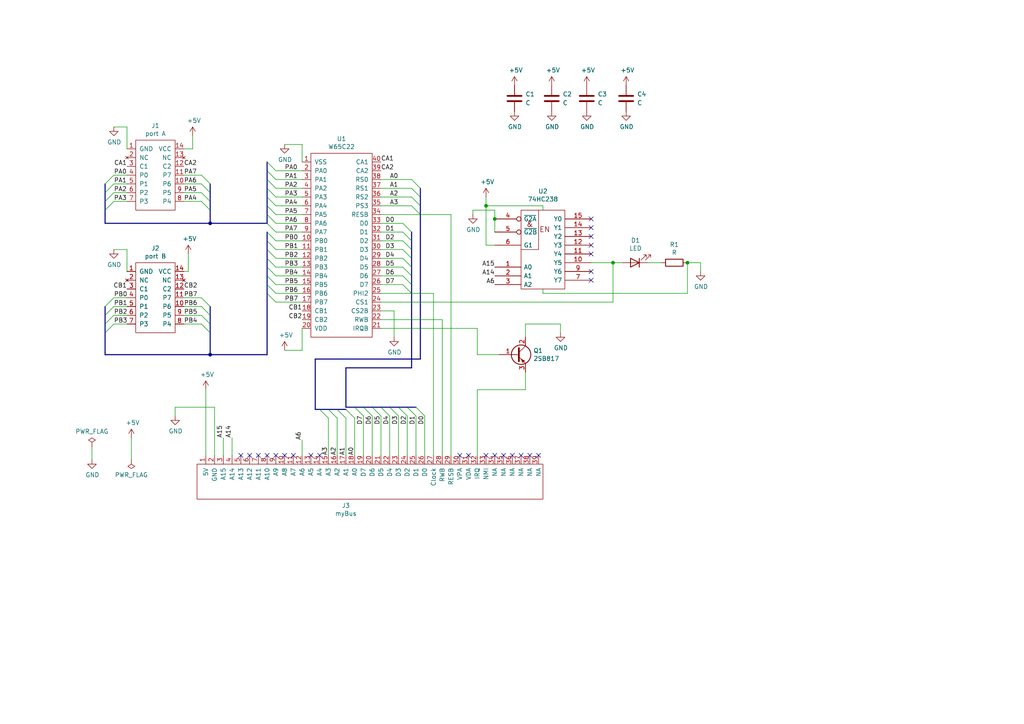
<source format=kicad_sch>
(kicad_sch (version 20230121) (generator eeschema)
  (paper "A4")
  (lib_symbols
    (symbol "74xx_IEEE:74HC238" (pin_names (offset 0.762))
      (property "Reference" "U" (at 3.81 8.89 0))
      (property "Value" "74HC238" (at 8.89 -16.51 0))
      (symbol "74HC238_0_0"
        (text "&" (at -3.81 3.556 0) (effects (font (size 1.524 1.524))))
        (text "EN" (at 0.508 2.032 0) (effects (font (size 1.524 1.524))))
        (pin power_in line (at 0 7.62 270) (length 0) hide (name "VCC") (number "16"))
      )
      (symbol "74HC238_0_1"
        (rectangle (start -6.35 7.62) (end 6.35 -15.24))
        (polyline (pts (xy -1.27 7.62) (xy -1.27 -3.81) (xy -6.35 -3.81) (xy -6.35 -3.81)))
      )
      (symbol "74HC238_1_1"
        (pin input line (at -13.97 -8.89 0) (length 7.62) (name "A0") (number "1"))
        (pin output line (at 13.97 -7.62 180) (length 7.62) (name "Y5") (number "10"))
        (pin output line (at 13.97 -5.08 180) (length 7.62) (name "Y4") (number "11"))
        (pin output line (at 13.97 -2.54 180) (length 7.62) (name "Y3") (number "12"))
        (pin output line (at 13.97 0 180) (length 7.62) (name "Y2") (number "13"))
        (pin output line (at 13.97 2.54 180) (length 7.62) (name "Y1") (number "14"))
        (pin output line (at 13.97 5.08 180) (length 7.62) (name "Y0") (number "15"))
        (pin input line (at -13.97 -11.43 0) (length 7.62) (name "A1") (number "2"))
        (pin input line (at -13.97 -13.97 0) (length 7.62) (name "A2") (number "3"))
        (pin input inverted (at -13.97 5.08 0) (length 7.62) (name "~{G2A}") (number "4"))
        (pin input inverted (at -13.97 1.27 0) (length 7.62) (name "~{G2B}") (number "5"))
        (pin input line (at -13.97 -2.54 0) (length 7.62) (name "G1") (number "6"))
        (pin output line (at 13.97 -12.7 180) (length 7.62) (name "Y7") (number "7"))
        (pin power_in line (at 0 -15.24 90) (length 0) hide (name "GND") (number "8"))
        (pin output line (at 13.97 -10.16 180) (length 7.62) (name "Y6") (number "9"))
      )
    )
    (symbol "Device:C" (pin_numbers hide) (pin_names (offset 0.254))
      (property "Reference" "C" (at 0.635 2.54 0))
      (property "Value" "C" (at 0.635 -2.54 0))
      (symbol "C_0_1"
        (polyline (pts (xy -2.032 -0.762) (xy 2.032 -0.762)) (stroke (width 0.508)))
        (polyline (pts (xy -2.032 0.762) (xy 2.032 0.762)) (stroke (width 0.508)))
      )
      (symbol "C_1_1"
        (pin passive line (at 0 3.81 270) (length 2.794) (name "~") (number "1"))
        (pin passive line (at 0 -3.81 90) (length 2.794) (name "~") (number "2"))
      )
    )
    (symbol "Device:LED" (pin_numbers hide) (pin_names (offset 1.016) hide)
      (property "Reference" "D" (at 0 2.54 0))
      (property "Value" "LED" (at 0 -2.54 0))
      (symbol "LED_0_1"
        (polyline (pts (xy -1.27 -1.27) (xy -1.27 1.27)) (stroke (width 0.254)))
        (polyline (pts (xy -1.27 0) (xy 1.27 0)))
        (polyline (pts (xy 1.27 -1.27) (xy 1.27 1.27) (xy -1.27 0) (xy 1.27 -1.27)) (stroke (width 0.254)))
        (polyline (pts (xy -3.048 -0.762) (xy -4.572 -2.286) (xy -3.81 -2.286) (xy -4.572 -2.286) (xy -4.572 -1.524)))
        (polyline (pts (xy -1.778 -0.762) (xy -3.302 -2.286) (xy -2.54 -2.286) (xy -3.302 -2.286) (xy -3.302 -1.524)))
      )
      (symbol "LED_1_1"
        (pin passive line (at -3.81 0 0) (length 2.54) (name "K") (number "1"))
        (pin passive line (at 3.81 0 180) (length 2.54) (name "A") (number "2"))
      )
    )
    (symbol "Device:R" (pin_numbers hide) (pin_names (offset 0))
      (property "Reference" "R" (at 2.032 0 90))
      (property "Value" "R" (at 0 0 90))
      (symbol "R_0_1"
        (rectangle (start -1.016 -2.54) (end 1.016 2.54) (stroke (width 0.254)))
      )
      (symbol "R_1_1"
        (pin passive line (at 0 3.81 270) (length 1.27) (name "~") (number "1"))
        (pin passive line (at 0 -3.81 90) (length 1.27) (name "~") (number "2"))
      )
    )
    (symbol "Transistor_BJT:2SB817" (pin_names (offset 0) hide)
      (property "Reference" "Q" (at 5.08 1.905 0))
      (property "Value" "2SB817" (at 5.08 0 0))
      (symbol "2SB817_0_1"
        (polyline (pts (xy 0 0) (xy 0.635 0)))
        (polyline (pts (xy 2.54 2.54) (xy 0.635 0.635)))
        (polyline (pts (xy 0.635 -0.635) (xy 2.54 -2.54) (xy 2.54 -2.54)))
        (polyline (pts (xy 0.635 1.905) (xy 0.635 -1.905) (xy 0.635 -1.905)) (stroke (width 0.508)))
        (polyline (pts (xy 1.778 -2.286) (xy 2.286 -1.778) (xy 1.27 -1.27) (xy 1.778 -2.286) (xy 1.778 -2.286)) (fill (type outline)))
        (circle (center 1.27 0) (radius 2.8194) (stroke (width 0.254)))
      )
      (symbol "2SB817_1_1"
        (pin input line (at -5.08 0 0) (length 5.08) (name "B") (number "1"))
        (pin passive line (at 2.54 5.08 270) (length 2.54) (name "C") (number "2"))
        (pin passive line (at 2.54 -5.08 90) (length 2.54) (name "E") (number "3"))
      )
    )
    (symbol "myLib:W65C22" (pin_names (offset 1.016))
      (property "Reference" "U" (at -2.54 26.67 0))
      (property "Value" "W65C22" (at 0 -1.27 90))
      (symbol "W65C22_0_1"
        (rectangle (start -10.16 24.13) (end 7.62 -29.21))
      )
      (symbol "W65C22_1_1"
        (pin power_in line (at -12.7 21.59 0) (length 2.54) (name "VSS") (number "1"))
        (pin bidirectional line (at -12.7 -1.27 0) (length 2.54) (name "PB0") (number "10"))
        (pin bidirectional line (at -12.7 -3.81 0) (length 2.54) (name "PB1") (number "11"))
        (pin bidirectional line (at -12.7 -6.35 0) (length 2.54) (name "PB2") (number "12"))
        (pin bidirectional line (at -12.7 -8.89 0) (length 2.54) (name "PB3") (number "13"))
        (pin bidirectional line (at -12.7 -11.43 0) (length 2.54) (name "PB4") (number "14"))
        (pin bidirectional line (at -12.7 -13.97 0) (length 2.54) (name "PB5") (number "15"))
        (pin bidirectional line (at -12.7 -16.51 0) (length 2.54) (name "PB6") (number "16"))
        (pin bidirectional line (at -12.7 -19.05 0) (length 2.54) (name "PB7") (number "17"))
        (pin bidirectional line (at -12.7 -21.59 0) (length 2.54) (name "CB1") (number "18"))
        (pin bidirectional line (at -12.7 -24.13 0) (length 2.54) (name "CB2") (number "19"))
        (pin bidirectional line (at -12.7 19.05 0) (length 2.54) (name "PA0") (number "2"))
        (pin power_in line (at -12.7 -26.67 0) (length 2.54) (name "VDD") (number "20"))
        (pin output line (at 10.16 -26.67 180) (length 2.54) (name "IRQB") (number "21"))
        (pin input line (at 10.16 -24.13 180) (length 2.54) (name "RWB") (number "22"))
        (pin input line (at 10.16 -21.59 180) (length 2.54) (name "CS2B") (number "23"))
        (pin input line (at 10.16 -19.05 180) (length 2.54) (name "CS1") (number "24"))
        (pin bidirectional line (at 10.16 -16.51 180) (length 2.54) (name "PHI2") (number "25"))
        (pin bidirectional line (at 10.16 -13.97 180) (length 2.54) (name "D7") (number "26"))
        (pin bidirectional line (at 10.16 -11.43 180) (length 2.54) (name "D6") (number "27"))
        (pin bidirectional line (at 10.16 -8.89 180) (length 2.54) (name "D5") (number "28"))
        (pin bidirectional line (at 10.16 -6.35 180) (length 2.54) (name "D4") (number "29"))
        (pin bidirectional line (at -12.7 16.51 0) (length 2.54) (name "PA1") (number "3"))
        (pin bidirectional line (at 10.16 -3.81 180) (length 2.54) (name "D3") (number "30"))
        (pin bidirectional line (at 10.16 -1.27 180) (length 2.54) (name "D2") (number "31"))
        (pin bidirectional line (at 10.16 1.27 180) (length 2.54) (name "D1") (number "32"))
        (pin bidirectional line (at 10.16 3.81 180) (length 2.54) (name "D0") (number "33"))
        (pin input line (at 10.16 6.35 180) (length 2.54) (name "RESB") (number "34"))
        (pin input line (at 10.16 8.89 180) (length 2.54) (name "PS3") (number "35"))
        (pin input line (at 10.16 11.43 180) (length 2.54) (name "RS2") (number "36"))
        (pin input line (at 10.16 13.97 180) (length 2.54) (name "RS1") (number "37"))
        (pin input line (at 10.16 16.51 180) (length 2.54) (name "RS0") (number "38"))
        (pin bidirectional line (at 10.16 19.05 180) (length 2.54) (name "CA2") (number "39"))
        (pin bidirectional line (at -12.7 13.97 0) (length 2.54) (name "PA2") (number "4"))
        (pin bidirectional line (at 10.16 21.59 180) (length 2.54) (name "CA1") (number "40"))
        (pin bidirectional line (at -12.7 11.43 0) (length 2.54) (name "PA3") (number "5"))
        (pin bidirectional line (at -12.7 8.89 0) (length 2.54) (name "PA4") (number "6"))
        (pin bidirectional line (at -12.7 6.35 0) (length 2.54) (name "PA5") (number "7"))
        (pin bidirectional line (at -12.7 3.81 0) (length 2.54) (name "PA6") (number "8"))
        (pin bidirectional line (at -12.7 1.27 0) (length 2.54) (name "PA7") (number "9"))
      )
    )
    (symbol "myLib:myBus" (pin_names (offset 1.016))
      (property "Reference" "J" (at 57.15 1.27 0))
      (property "Value" "myBus" (at 0 -1.27 0))
      (symbol "myBus_0_1"
        (rectangle (start -44.45 5.08) (end 55.88 -5.08))
      )
      (symbol "myBus_1_1"
        (pin power_in line (at -41.91 7.62 270) (length 2.54) (name "5V") (number "1"))
        (pin bidirectional line (at -19.05 7.62 270) (length 2.54) (name "A8") (number "10"))
        (pin bidirectional line (at -16.51 7.62 270) (length 2.54) (name "A7") (number "11"))
        (pin bidirectional line (at -13.97 7.62 270) (length 2.54) (name "A6") (number "12"))
        (pin bidirectional line (at -11.43 7.62 270) (length 2.54) (name "A5") (number "13"))
        (pin bidirectional line (at -8.89 7.62 270) (length 2.54) (name "A4") (number "14"))
        (pin bidirectional line (at -6.35 7.62 270) (length 2.54) (name "A3") (number "15"))
        (pin bidirectional line (at -3.81 7.62 270) (length 2.54) (name "A2") (number "16"))
        (pin bidirectional line (at -1.27 7.62 270) (length 2.54) (name "A1") (number "17"))
        (pin bidirectional line (at 1.27 7.62 270) (length 2.54) (name "A0") (number "18"))
        (pin bidirectional line (at 3.81 7.62 270) (length 2.54) (name "D7") (number "19"))
        (pin power_in line (at -39.37 7.62 270) (length 2.54) (name "GND") (number "2"))
        (pin bidirectional line (at 6.35 7.62 270) (length 2.54) (name "D6") (number "20"))
        (pin bidirectional line (at 8.89 7.62 270) (length 2.54) (name "D5") (number "21"))
        (pin bidirectional line (at 11.43 7.62 270) (length 2.54) (name "D4") (number "22"))
        (pin bidirectional line (at 13.97 7.62 270) (length 2.54) (name "D3") (number "23"))
        (pin bidirectional line (at 16.51 7.62 270) (length 2.54) (name "D2") (number "24"))
        (pin bidirectional line (at 19.05 7.62 270) (length 2.54) (name "D1") (number "25"))
        (pin bidirectional line (at 21.59 7.62 270) (length 2.54) (name "D0") (number "26"))
        (pin bidirectional line (at 24.13 7.62 270) (length 2.54) (name "Clock") (number "27"))
        (pin bidirectional line (at 26.67 7.62 270) (length 2.54) (name "RWB") (number "28"))
        (pin bidirectional line (at 29.21 7.62 270) (length 2.54) (name "RESB") (number "29"))
        (pin bidirectional line (at -36.83 7.62 270) (length 2.54) (name "A15") (number "3"))
        (pin bidirectional line (at 31.75 7.62 270) (length 2.54) (name "VPA") (number "30"))
        (pin bidirectional line (at 34.29 7.62 270) (length 2.54) (name "VDA") (number "31"))
        (pin bidirectional line (at 36.83 7.62 270) (length 2.54) (name "IRQ") (number "32"))
        (pin bidirectional line (at 39.37 7.62 270) (length 2.54) (name "NMI") (number "33"))
        (pin bidirectional line (at 41.91 7.62 270) (length 2.54) (name "NA") (number "34"))
        (pin bidirectional line (at 44.45 7.62 270) (length 2.54) (name "NA") (number "35"))
        (pin bidirectional line (at 46.99 7.62 270) (length 2.54) (name "NA") (number "36"))
        (pin bidirectional line (at 49.53 7.62 270) (length 2.54) (name "NA") (number "37"))
        (pin bidirectional line (at 52.07 7.62 270) (length 2.54) (name "NA") (number "38"))
        (pin bidirectional line (at 54.61 7.62 270) (length 2.54) (name "NA") (number "39"))
        (pin bidirectional line (at -34.29 7.62 270) (length 2.54) (name "A14") (number "4"))
        (pin bidirectional line (at -31.75 7.62 270) (length 2.54) (name "A13") (number "5"))
        (pin bidirectional line (at -29.21 7.62 270) (length 2.54) (name "A12") (number "6"))
        (pin bidirectional line (at -26.67 7.62 270) (length 2.54) (name "A11") (number "7"))
        (pin bidirectional line (at -24.13 7.62 270) (length 2.54) (name "A10") (number "8"))
        (pin bidirectional line (at -21.59 7.62 270) (length 2.54) (name "A9") (number "9"))
      )
    )
    (symbol "myLib:port" (pin_names (offset 1.016))
      (property "Reference" "J" (at 1.27 11.43 0))
      (property "Value" "port" (at -3.81 11.43 0))
      (symbol "port_0_1"
        (rectangle (start -6.35 10.16) (end 5.08 -10.16))
      )
      (symbol "port_1_1"
        (pin power_in line (at -8.89 7.62 0) (length 2.54) (name "GND") (number "1"))
        (pin bidirectional line (at 7.62 -2.54 180) (length 2.54) (name "P6") (number "10"))
        (pin bidirectional line (at 7.62 0 180) (length 2.54) (name "P7") (number "11"))
        (pin bidirectional line (at 7.62 2.54 180) (length 2.54) (name "C2") (number "12"))
        (pin no_connect line (at 7.62 5.08 180) (length 2.54) (name "NC") (number "13"))
        (pin power_in line (at 7.62 7.62 180) (length 2.54) (name "VCC") (number "14"))
        (pin no_connect line (at -8.89 5.08 0) (length 2.54) (name "NC") (number "2"))
        (pin bidirectional line (at -8.89 2.54 0) (length 2.54) (name "C1") (number "3"))
        (pin bidirectional line (at -8.89 0 0) (length 2.54) (name "P0") (number "4"))
        (pin bidirectional line (at -8.89 -2.54 0) (length 2.54) (name "P1") (number "5"))
        (pin bidirectional line (at -8.89 -5.08 0) (length 2.54) (name "P2") (number "6"))
        (pin bidirectional line (at -8.89 -7.62 0) (length 2.54) (name "P3") (number "7"))
        (pin bidirectional line (at 7.62 -7.62 180) (length 2.54) (name "P4") (number "8"))
        (pin bidirectional line (at 7.62 -5.08 180) (length 2.54) (name "P5") (number "9"))
      )
    )
    (symbol "power:+5V" (power) (pin_names (offset 0))
      (property "Value" "+5V" (at 0 3.556 0))
      (symbol "+5V_0_1"
        (polyline (pts (xy -0.762 1.27) (xy 0 2.54)))
        (polyline (pts (xy 0 0) (xy 0 2.54)))
        (polyline (pts (xy 0 2.54) (xy 0.762 1.27)))
      )
      (symbol "+5V_1_1"
        (pin power_in line (at 0 0 90) (length 0) hide (name "+5V") (number "1"))
      )
    )
    (symbol "power:GND" (power) (pin_names (offset 0))
      (property "Value" "GND" (at 0 -3.81 0))
      (symbol "GND_0_1"
        (polyline (pts (xy 0 0) (xy 0 -1.27) (xy 1.27 -1.27) (xy 0 -2.54) (xy -1.27 -1.27) (xy 0 -1.27)))
      )
      (symbol "GND_1_1"
        (pin power_in line (at 0 0 270) (length 0) hide (name "GND") (number "1"))
      )
    )
    (symbol "power:PWR_FLAG" (power) (pin_numbers hide) (pin_names (offset 0) hide)
      (property "Value" "PWR_FLAG" (at 0 3.81 0))
      (symbol "PWR_FLAG_0_0"
        (pin power_out line (at 0 0 90) (length 0) (name "pwr") (number "1"))
      )
      (symbol "PWR_FLAG_0_1"
        (polyline (pts (xy 0 0) (xy 0 1.27) (xy -1.016 1.905) (xy 0 2.54) (xy 1.016 1.905) (xy 0 1.27)))
      )
    )
  )
  (junction (at 60.96 64.77))
  (junction (at 143.51 63.5))
  (junction (at 177.8 76.2))
  (junction (at 140.97 59.69))
  (junction (at 60.96 102.87))
  (junction (at 199.39 76.2))
  (no_connect (at 171.45 73.66))
  (no_connect (at 135.89 132.08))
  (no_connect (at 82.55 132.08))
  (no_connect (at 80.01 132.08))
  (no_connect (at 77.47 132.08))
  (no_connect (at 69.85 132.08))
  (no_connect (at 156.21 132.08))
  (no_connect (at 148.59 132.08))
  (no_connect (at 151.13 132.08))
  (no_connect (at 153.67 132.08))
  (no_connect (at 171.45 71.12))
  (no_connect (at 74.93 132.08))
  (no_connect (at 85.09 132.08))
  (no_connect (at 72.39 132.08))
  (no_connect (at 133.35 132.08))
  (no_connect (at 171.45 68.58))
  (no_connect (at 92.71 132.08))
  (no_connect (at 171.45 66.04))
  (no_connect (at 140.97 132.08))
  (no_connect (at 143.51 132.08))
  (no_connect (at 146.05 132.08))
  (no_connect (at 90.17 132.08))
  (no_connect (at 171.45 78.74))
  (no_connect (at 171.45 81.28))
  (no_connect (at 171.45 63.5))
  (bus_entry (at 58.42 91.44) (size 2.54 2.54))
  (bus_entry (at 58.42 58.42) (size 2.54 2.54))
  (bus_entry (at 120.65 118.11) (size 2.54 2.54))
  (bus_entry (at 77.47 54.61) (size 2.54 2.54))
  (bus_entry (at 30.48 88.9) (size 2.54 -2.54))
  (bus_entry (at 77.47 57.15) (size 2.54 2.54))
  (bus_entry (at 30.48 93.98) (size 2.54 -2.54))
  (bus_entry (at 77.47 82.55) (size 2.54 2.54))
  (bus_entry (at 113.03 118.11) (size 2.54 2.54))
  (bus_entry (at 77.47 74.93) (size 2.54 2.54))
  (bus_entry (at 116.84 72.39) (size 2.54 2.54))
  (bus_entry (at 77.47 52.07) (size 2.54 2.54))
  (bus_entry (at 77.47 69.85) (size 2.54 2.54))
  (bus_entry (at 115.57 118.11) (size 2.54 2.54))
  (bus_entry (at 116.84 77.47) (size 2.54 2.54))
  (bus_entry (at 119.38 52.07) (size 2.54 2.54))
  (bus_entry (at 30.48 60.96) (size 2.54 -2.54))
  (bus_entry (at 118.11 118.11) (size 2.54 2.54))
  (bus_entry (at 30.48 55.88) (size 2.54 -2.54))
  (bus_entry (at 116.84 74.93) (size 2.54 2.54))
  (bus_entry (at 100.33 118.745) (size 2.54 2.54))
  (bus_entry (at 116.84 80.01) (size 2.54 2.54))
  (bus_entry (at 116.84 69.85) (size 2.54 2.54))
  (bus_entry (at 110.49 118.11) (size 2.54 2.54))
  (bus_entry (at 92.71 118.745) (size 2.54 2.54))
  (bus_entry (at 58.42 50.8) (size 2.54 2.54))
  (bus_entry (at 116.84 67.31) (size 2.54 2.54))
  (bus_entry (at 102.87 118.11) (size 2.54 2.54))
  (bus_entry (at 77.47 46.99) (size 2.54 2.54))
  (bus_entry (at 77.47 64.77) (size 2.54 2.54))
  (bus_entry (at 30.48 96.52) (size 2.54 -2.54))
  (bus_entry (at 58.42 88.9) (size 2.54 2.54))
  (bus_entry (at 107.95 118.11) (size 2.54 2.54))
  (bus_entry (at 119.38 59.69) (size 2.54 2.54))
  (bus_entry (at 119.38 54.61) (size 2.54 2.54))
  (bus_entry (at 77.47 72.39) (size 2.54 2.54))
  (bus_entry (at 116.84 82.55) (size 2.54 2.54))
  (bus_entry (at 58.42 55.88) (size 2.54 2.54))
  (bus_entry (at 58.42 53.34) (size 2.54 2.54))
  (bus_entry (at 30.48 53.34) (size 2.54 -2.54))
  (bus_entry (at 116.84 64.77) (size 2.54 2.54))
  (bus_entry (at 95.25 118.745) (size 2.54 2.54))
  (bus_entry (at 77.47 85.09) (size 2.54 2.54))
  (bus_entry (at 30.48 58.42) (size 2.54 -2.54))
  (bus_entry (at 58.42 86.36) (size 2.54 2.54))
  (bus_entry (at 77.47 49.53) (size 2.54 2.54))
  (bus_entry (at 77.47 62.23) (size 2.54 2.54))
  (bus_entry (at 77.47 77.47) (size 2.54 2.54))
  (bus_entry (at 77.47 59.69) (size 2.54 2.54))
  (bus_entry (at 77.47 80.01) (size 2.54 2.54))
  (bus_entry (at 97.79 118.745) (size 2.54 2.54))
  (bus_entry (at 105.41 118.11) (size 2.54 2.54))
  (bus_entry (at 58.42 93.98) (size 2.54 2.54))
  (bus_entry (at 77.47 67.31) (size 2.54 2.54))
  (bus_entry (at 119.38 57.15) (size 2.54 2.54))
  (bus_entry (at 30.48 91.44) (size 2.54 -2.54))
  (wire (pts (xy 199.39 76.2) (xy 203.2 76.2)))
  (bus (pts (xy 100.33 118.11) (xy 102.87 118.11)))
  (wire (pts (xy 87.63 62.23) (xy 80.01 62.23)))
  (wire (pts (xy 36.83 36.83) (xy 36.83 43.18)))
  (bus (pts (xy 77.47 54.61) (xy 77.47 57.15)))
  (bus (pts (xy 107.95 118.11) (xy 110.49 118.11)))
  (wire (pts (xy 33.02 91.44) (xy 36.83 91.44)))
  (bus (pts (xy 121.92 54.61) (xy 121.92 57.15)))
  (wire (pts (xy 59.69 113.03) (xy 59.69 132.08)))
  (wire (pts (xy 50.8 118.11) (xy 50.8 120.65)))
  (wire (pts (xy 116.84 72.39) (xy 110.49 72.39)))
  (wire (pts (xy 110.49 74.93) (xy 116.84 74.93)))
  (wire (pts (xy 152.4 113.03) (xy 152.4 107.95)))
  (wire (pts (xy 87.63 52.07) (xy 80.01 52.07)))
  (wire (pts (xy 115.57 132.08) (xy 115.57 120.65)))
  (wire (pts (xy 162.56 93.98) (xy 162.56 96.52)))
  (wire (pts (xy 67.31 132.08) (xy 67.31 127)))
  (wire (pts (xy 33.02 50.8) (xy 36.83 50.8)))
  (wire (pts (xy 138.43 113.03) (xy 152.4 113.03)))
  (bus (pts (xy 30.48 91.44) (xy 30.48 93.98)))
  (bus (pts (xy 30.48 88.9) (xy 30.48 91.44)))
  (wire (pts (xy 114.3 90.17) (xy 114.3 97.79)))
  (bus (pts (xy 91.44 104.14) (xy 121.92 104.14)))
  (wire (pts (xy 110.49 95.25) (xy 138.43 95.25)))
  (wire (pts (xy 110.49 69.85) (xy 116.84 69.85)))
  (bus (pts (xy 119.38 82.55) (xy 119.38 85.09)))
  (bus (pts (xy 119.38 74.93) (xy 119.38 77.47)))
  (wire (pts (xy 110.49 132.08) (xy 110.49 120.65)))
  (wire (pts (xy 87.63 57.15) (xy 80.01 57.15)))
  (wire (pts (xy 125.73 85.09) (xy 125.73 132.08)))
  (wire (pts (xy 82.55 101.6) (xy 87.63 101.6)))
  (bus (pts (xy 30.48 53.34) (xy 30.48 55.88)))
  (wire (pts (xy 80.01 69.85) (xy 87.63 69.85)))
  (bus (pts (xy 77.47 52.07) (xy 77.47 54.61)))
  (bus (pts (xy 30.48 55.88) (xy 30.48 58.42)))
  (bus (pts (xy 119.38 85.09) (xy 119.38 106.68)))
  (wire (pts (xy 116.84 67.31) (xy 110.49 67.31)))
  (bus (pts (xy 105.41 118.11) (xy 107.95 118.11)))
  (wire (pts (xy 33.02 86.36) (xy 36.83 86.36)))
  (wire (pts (xy 110.49 52.07) (xy 119.38 52.07)))
  (bus (pts (xy 121.92 59.69) (xy 121.92 62.23)))
  (wire (pts (xy 140.97 59.69) (xy 157.48 59.69)))
  (wire (pts (xy 80.01 54.61) (xy 87.63 54.61)))
  (bus (pts (xy 77.47 72.39) (xy 77.47 74.93)))
  (wire (pts (xy 62.23 118.11) (xy 50.8 118.11)))
  (bus (pts (xy 77.47 57.15) (xy 77.47 59.69)))
  (bus (pts (xy 119.38 80.01) (xy 119.38 82.55)))
  (wire (pts (xy 54.61 78.74) (xy 54.61 73.66)))
  (bus (pts (xy 60.96 91.44) (xy 60.96 93.98)))
  (wire (pts (xy 116.84 77.47) (xy 110.49 77.47)))
  (wire (pts (xy 36.83 72.39) (xy 36.83 78.74)))
  (wire (pts (xy 53.34 43.18) (xy 55.88 43.18)))
  (wire (pts (xy 143.51 60.96) (xy 143.51 63.5)))
  (wire (pts (xy 116.84 82.55) (xy 110.49 82.55)))
  (wire (pts (xy 58.42 53.34) (xy 53.34 53.34)))
  (bus (pts (xy 30.48 93.98) (xy 30.48 96.52)))
  (wire (pts (xy 143.51 67.31) (xy 143.51 63.5)))
  (wire (pts (xy 36.83 88.9) (xy 33.02 88.9)))
  (wire (pts (xy 138.43 95.25) (xy 138.43 102.87)))
  (bus (pts (xy 77.47 82.55) (xy 77.47 85.09)))
  (wire (pts (xy 110.49 90.17) (xy 114.3 90.17)))
  (bus (pts (xy 100.33 106.68) (xy 100.33 118.11)))
  (wire (pts (xy 87.63 72.39) (xy 80.01 72.39)))
  (bus (pts (xy 100.33 106.68) (xy 119.38 106.68)))
  (wire (pts (xy 177.8 76.2) (xy 171.45 76.2)))
  (bus (pts (xy 30.48 60.96) (xy 30.48 64.77)))
  (wire (pts (xy 53.34 91.44) (xy 58.42 91.44)))
  (wire (pts (xy 110.49 87.63) (xy 177.8 87.63)))
  (bus (pts (xy 113.03 118.11) (xy 115.57 118.11)))
  (wire (pts (xy 199.39 85.09) (xy 199.39 76.2)))
  (bus (pts (xy 60.96 88.9) (xy 60.96 91.44)))
  (bus (pts (xy 77.47 80.01) (xy 77.47 82.55)))
  (wire (pts (xy 203.2 76.2) (xy 203.2 78.74)))
  (bus (pts (xy 97.79 118.745) (xy 100.33 118.745)))
  (bus (pts (xy 77.47 102.87) (xy 60.96 102.87)))
  (wire (pts (xy 110.49 92.71) (xy 128.27 92.71)))
  (wire (pts (xy 157.48 83.82) (xy 157.48 85.09)))
  (wire (pts (xy 58.42 58.42) (xy 53.34 58.42)))
  (wire (pts (xy 38.1 127) (xy 38.1 133.35)))
  (wire (pts (xy 26.67 133.35) (xy 26.67 129.54)))
  (wire (pts (xy 80.01 64.77) (xy 87.63 64.77)))
  (bus (pts (xy 121.92 62.23) (xy 121.92 104.14)))
  (wire (pts (xy 140.97 57.15) (xy 140.97 59.69)))
  (bus (pts (xy 30.48 58.42) (xy 30.48 60.96)))
  (wire (pts (xy 80.01 49.53) (xy 87.63 49.53)))
  (wire (pts (xy 82.55 41.91) (xy 87.63 41.91)))
  (wire (pts (xy 110.49 80.01) (xy 116.84 80.01)))
  (wire (pts (xy 113.03 120.65) (xy 113.03 132.08)))
  (wire (pts (xy 53.34 86.36) (xy 58.42 86.36)))
  (wire (pts (xy 105.41 120.65) (xy 105.41 132.08)))
  (wire (pts (xy 123.19 120.65) (xy 123.19 132.08)))
  (wire (pts (xy 152.4 93.98) (xy 162.56 93.98)))
  (wire (pts (xy 87.63 41.91) (xy 87.63 46.99)))
  (bus (pts (xy 119.38 69.85) (xy 119.38 72.39)))
  (wire (pts (xy 87.63 82.55) (xy 80.01 82.55)))
  (wire (pts (xy 119.38 54.61) (xy 110.49 54.61)))
  (wire (pts (xy 87.63 87.63) (xy 80.01 87.63)))
  (bus (pts (xy 77.47 49.53) (xy 77.47 52.07)))
  (wire (pts (xy 138.43 102.87) (xy 144.78 102.87)))
  (bus (pts (xy 115.57 118.11) (xy 118.11 118.11)))
  (bus (pts (xy 77.47 77.47) (xy 77.47 80.01)))
  (wire (pts (xy 58.42 88.9) (xy 53.34 88.9)))
  (bus (pts (xy 77.47 69.85) (xy 77.47 72.39)))
  (wire (pts (xy 119.38 85.09) (xy 125.73 85.09)))
  (wire (pts (xy 33.02 93.98) (xy 36.83 93.98)))
  (wire (pts (xy 102.87 121.285) (xy 102.87 132.08)))
  (wire (pts (xy 121.92 62.23) (xy 130.81 62.23)))
  (wire (pts (xy 80.01 59.69) (xy 87.63 59.69)))
  (wire (pts (xy 119.38 59.69) (xy 110.49 59.69)))
  (wire (pts (xy 137.16 60.96) (xy 137.16 62.23)))
  (wire (pts (xy 120.65 132.08) (xy 120.65 120.65)))
  (wire (pts (xy 80.01 80.01) (xy 87.63 80.01)))
  (wire (pts (xy 33.02 55.88) (xy 36.83 55.88)))
  (wire (pts (xy 80.01 85.09) (xy 87.63 85.09)))
  (bus (pts (xy 119.38 72.39) (xy 119.38 74.93)))
  (wire (pts (xy 177.8 76.2) (xy 180.34 76.2)))
  (bus (pts (xy 60.96 93.98) (xy 60.96 96.52)))
  (bus (pts (xy 77.47 62.23) (xy 77.47 64.77)))
  (wire (pts (xy 58.42 93.98) (xy 53.34 93.98)))
  (bus (pts (xy 77.47 46.99) (xy 77.47 49.53)))
  (wire (pts (xy 152.4 97.79) (xy 152.4 93.98)))
  (wire (pts (xy 80.01 74.93) (xy 87.63 74.93)))
  (wire (pts (xy 33.02 72.39) (xy 36.83 72.39)))
  (bus (pts (xy 110.49 118.11) (xy 113.03 118.11)))
  (bus (pts (xy 102.87 118.11) (xy 105.41 118.11)))
  (wire (pts (xy 187.96 76.2) (xy 191.77 76.2)))
  (wire (pts (xy 157.48 59.69) (xy 157.48 60.96)))
  (wire (pts (xy 107.95 120.65) (xy 107.95 132.08)))
  (wire (pts (xy 157.48 85.09) (xy 199.39 85.09)))
  (wire (pts (xy 36.83 58.42) (xy 33.02 58.42)))
  (wire (pts (xy 33.02 36.83) (xy 36.83 36.83)))
  (bus (pts (xy 77.47 74.93) (xy 77.47 77.47)))
  (wire (pts (xy 140.97 71.12) (xy 143.51 71.12)))
  (wire (pts (xy 118.11 120.65) (xy 118.11 132.08)))
  (bus (pts (xy 95.25 118.745) (xy 97.79 118.745)))
  (bus (pts (xy 60.96 64.77) (xy 30.48 64.77)))
  (wire (pts (xy 87.63 77.47) (xy 80.01 77.47)))
  (wire (pts (xy 110.49 64.77) (xy 116.84 64.77)))
  (bus (pts (xy 119.38 77.47) (xy 119.38 80.01)))
  (bus (pts (xy 121.92 57.15) (xy 121.92 59.69)))
  (wire (pts (xy 140.97 59.69) (xy 140.97 71.12)))
  (wire (pts (xy 110.49 85.09) (xy 119.38 85.09)))
  (wire (pts (xy 36.83 53.34) (xy 33.02 53.34)))
  (wire (pts (xy 62.23 132.08) (xy 62.23 118.11)))
  (wire (pts (xy 138.43 132.08) (xy 138.43 113.03)))
  (wire (pts (xy 87.63 127.635) (xy 87.63 132.08)))
  (bus (pts (xy 60.96 96.52) (xy 60.96 102.87)))
  (wire (pts (xy 87.63 101.6) (xy 87.63 95.25)))
  (bus (pts (xy 77.47 59.69) (xy 77.47 62.23)))
  (wire (pts (xy 130.81 62.23) (xy 130.81 132.08)))
  (bus (pts (xy 77.47 64.77) (xy 60.96 64.77)))
  (wire (pts (xy 97.79 121.285) (xy 97.79 132.08)))
  (wire (pts (xy 100.33 121.285) (xy 100.33 132.08)))
  (bus (pts (xy 77.47 85.09) (xy 77.47 102.87)))
  (bus (pts (xy 60.96 60.96) (xy 60.96 64.77)))
  (wire (pts (xy 177.8 87.63) (xy 177.8 76.2)))
  (bus (pts (xy 60.96 55.88) (xy 60.96 58.42)))
  (wire (pts (xy 128.27 92.71) (xy 128.27 132.08)))
  (bus (pts (xy 91.44 118.745) (xy 91.44 104.14)))
  (bus (pts (xy 77.47 67.31) (xy 77.47 69.85)))
  (wire (pts (xy 143.51 60.96) (xy 137.16 60.96)))
  (wire (pts (xy 64.77 132.08) (xy 64.77 127)))
  (bus (pts (xy 92.71 118.745) (xy 95.25 118.745)))
  (bus (pts (xy 60.96 58.42) (xy 60.96 60.96)))
  (wire (pts (xy 95.25 121.285) (xy 95.25 132.08)))
  (wire (pts (xy 53.34 50.8) (xy 58.42 50.8)))
  (bus (pts (xy 60.96 102.87) (xy 30.48 102.87)))
  (wire (pts (xy 110.49 62.23) (xy 121.92 62.23)))
  (wire (pts (xy 110.49 57.15) (xy 119.38 57.15)))
  (bus (pts (xy 60.96 53.34) (xy 60.96 55.88)))
  (bus (pts (xy 91.44 118.745) (xy 92.71 118.745)))
  (wire (pts (xy 53.34 78.74) (xy 54.61 78.74)))
  (bus (pts (xy 30.48 96.52) (xy 30.48 102.87)))
  (wire (pts (xy 87.63 67.31) (xy 80.01 67.31)))
  (bus (pts (xy 118.11 118.11) (xy 120.65 118.11)))
  (wire (pts (xy 55.88 43.18) (xy 55.88 39.37)))
  (bus (pts (xy 119.38 67.31) (xy 119.38 69.85)))
  (wire (pts (xy 53.34 55.88) (xy 58.42 55.88)))
  (label "PB7" (at 82.55 87.63 0))
  (label "D3" (at 111.76 72.39 0))
  (label "PA6" (at 53.34 53.34 0))
  (label "D4" (at 111.76 74.93 0))
  (label "CA2" (at 53.34 48.26 0))
  (label "A1" (at 113.03 54.61 0))
  (label "PB4" (at 82.55 80.01 0))
  (label "CA1" (at 36.83 48.26 180))
  (label "A6" (at 143.51 82.55 180))
  (label "A3" (at 95.25 132.08 90))
  (label "D1" (at 120.65 123.19 90))
  (label "PA7" (at 82.55 67.31 0))
  (label "PA4" (at 82.55 59.69 0))
  (label "D7" (at 111.76 82.55 0))
  (label "PA1" (at 82.55 52.07 0))
  (label "D0" (at 123.19 123.19 90))
  (label "PA3" (at 33.02 58.42 0))
  (label "D5" (at 110.49 123.19 90))
  (label "D2" (at 118.11 123.19 90))
  (label "PB1" (at 82.55 72.39 0))
  (label "PA1" (at 33.02 53.34 0))
  (label "A14" (at 67.31 127 90))
  (label "PA5" (at 53.34 55.88 0))
  (label "PB0" (at 33.02 86.36 0))
  (label "PA0" (at 33.02 50.8 0))
  (label "PA2" (at 33.02 55.88 0))
  (label "PA2" (at 82.55 54.61 0))
  (label "A2" (at 97.79 132.08 90))
  (label "PB6" (at 53.34 88.9 0))
  (label "PB7" (at 53.34 86.36 0))
  (label "A1" (at 100.33 132.08 90))
  (label "PB1" (at 33.02 88.9 0))
  (label "PB5" (at 82.55 82.55 0))
  (label "A3" (at 113.03 59.69 0))
  (label "CA2" (at 110.49 49.53 0))
  (label "PB2" (at 33.02 91.44 0))
  (label "D6" (at 111.76 80.01 0))
  (label "PB5" (at 53.34 91.44 0))
  (label "PA0" (at 82.55 49.53 0))
  (label "A2" (at 113.03 57.15 0))
  (label "PA6" (at 82.55 64.77 0))
  (label "A0" (at 102.87 132.08 90))
  (label "D2" (at 111.76 69.85 0))
  (label "PB2" (at 82.55 74.93 0))
  (label "PB6" (at 82.55 85.09 0))
  (label "PA5" (at 82.55 62.23 0))
  (label "D4" (at 113.03 123.19 90))
  (label "D3" (at 115.57 123.19 90))
  (label "D5" (at 111.76 77.47 0))
  (label "A15" (at 64.77 127 90))
  (label "CB1" (at 87.63 90.17 180))
  (label "PB3" (at 82.55 77.47 0))
  (label "CB2" (at 87.63 92.71 180))
  (label "CA1" (at 110.49 46.99 0))
  (label "PB0" (at 82.55 69.85 0))
  (label "PA3" (at 82.55 57.15 0))
  (label "CB2" (at 53.34 83.82 0))
  (label "D1" (at 111.76 67.31 0))
  (label "D0" (at 111.76 64.77 0))
  (label "PB3" (at 33.02 93.98 0))
  (label "A15" (at 143.51 77.47 180))
  (label "D7" (at 105.41 123.19 90))
  (label "PB4" (at 53.34 93.98 0))
  (label "PA7" (at 53.34 50.8 0))
  (label "CB1" (at 36.83 83.82 180))
  (label "A14" (at 143.51 80.01 180))
  (label "A0" (at 113.03 52.07 0))
  (label "PA4" (at 53.34 58.42 0))
  (label "D6" (at 107.95 123.19 90))
  (label "A6" (at 87.63 127.635 90))
  (symbol (lib_id "myLib:W65C22") (at 100.33 68.58 0) (unit 1)
    (property "Reference" "U1" (at 99.06 40.259 0))
    (property "Value" "W65C22" (at 99.06 42.5704 0))
    (property "Footprint" "Package_DIP:DIP-40_W15.24mm_Socket" (effects hide))
  )
  (symbol (lib_id "myLib:myBus") (at 101.6 139.7 0) (unit 1)
    (property "Reference" "J3" (at 100.33 146.6342 0))
    (property "Value" "myBus" (at 100.33 148.9456 0))
    (property "Footprint" "Connector_PinHeader_2.54mm:PinHeader_1x39_P2.54mm_Horizontal" (effects hide))
  )
  (symbol (lib_id "74xx_IEEE:74HC238") (at 157.48 68.58 0) (unit 1)
    (property "Reference" "U2" (at 157.48 55.4736 0))
    (property "Value" "74HC238" (at 157.48 57.785 0))
    (property "Footprint" "Package_DIP:DIP-16_W7.62mm_Socket" (effects hide))
  )
  (symbol (lib_id "Transistor_BJT:2SB817") (at 149.86 102.87 0) (unit 1)
    (property "Reference" "Q1" (at 154.686 101.7016 0) (effects (justify left)))
    (property "Value" "2SB817" (at 154.686 104.013 0) (effects (justify left)))
    (property "Footprint" "Package_TO_SOT_THT:TO-126-3_Vertical" (effects hide))
    (property "Datasheet" "http://skory.gylcomp.hu/alkatresz/2SB817.pdf" (effects hide))
  )
  (symbol (lib_id "power:GND") (at 50.8 120.65 0) (unit 1)
    (property "Reference" "#PWR0101" (effects hide))
    (property "Value" "GND" (at 50.927 125.0442 0))
  )
  (symbol (lib_id "power:+5V") (at 59.69 113.03 0) (unit 1)
    (property "Reference" "#PWR0102" (effects hide))
    (property "Value" "+5V" (at 60.071 108.6358 0))
  )
  (symbol (lib_id "power:GND") (at 162.56 96.52 0) (unit 1)
    (property "Reference" "#PWR0103" (effects hide))
    (property "Value" "GND" (at 162.687 100.9142 0))
  )
  (symbol (lib_id "Device:LED") (at 184.15 76.2 180) (unit 1)
    (property "Reference" "D1" (at 184.3278 69.723 0))
    (property "Value" "LED" (at 184.3278 72.0344 0))
    (property "Footprint" "LED_THT:LED_D5.0mm" (effects hide))
  )
  (symbol (lib_id "Device:R") (at 195.58 76.2 270) (unit 1)
    (property "Reference" "R1" (at 195.58 70.9422 90))
    (property "Value" "R" (at 195.58 73.2536 90))
    (property "Footprint" "Resistor_THT:R_Axial_DIN0207_L6.3mm_D2.5mm_P15.24mm_Horizontal" (effects hide))
  )
  (symbol (lib_id "power:GND") (at 203.2 78.74 0) (unit 1)
    (property "Reference" "#PWR0104" (effects hide))
    (property "Value" "GND" (at 203.327 83.1342 0))
  )
  (symbol (lib_id "power:+5V") (at 140.97 57.15 0) (unit 1)
    (property "Reference" "#PWR0105" (effects hide))
    (property "Value" "+5V" (at 141.351 52.7558 0))
  )
  (symbol (lib_id "power:GND") (at 137.16 62.23 0) (unit 1)
    (property "Reference" "#PWR0106" (effects hide))
    (property "Value" "GND" (at 137.287 66.6242 0))
  )
  (symbol (lib_id "power:GND") (at 82.55 41.91 0) (unit 1)
    (property "Reference" "#PWR0108" (effects hide))
    (property "Value" "GND" (at 82.677 46.3042 0))
  )
  (symbol (lib_id "power:+5V") (at 82.55 101.6 0) (unit 1)
    (property "Reference" "#PWR0109" (effects hide))
    (property "Value" "+5V" (at 82.931 97.2058 0))
  )
  (symbol (lib_id "power:+5V") (at 54.61 73.66 0) (unit 1)
    (property "Reference" "#PWR0110" (effects hide))
    (property "Value" "+5V" (at 54.991 69.2658 0))
  )
  (symbol (lib_id "power:+5V") (at 55.88 39.37 0) (unit 1)
    (property "Reference" "#PWR0111" (effects hide))
    (property "Value" "+5V" (at 56.261 34.9758 0))
  )
  (symbol (lib_id "power:GND") (at 33.02 36.83 0) (unit 1)
    (property "Reference" "#PWR0112" (effects hide))
    (property "Value" "GND" (at 33.147 41.2242 0))
  )
  (symbol (lib_id "power:GND") (at 33.02 72.39 0) (unit 1)
    (property "Reference" "#PWR0113" (effects hide))
    (property "Value" "GND" (at 33.147 76.7842 0))
  )
  (symbol (lib_id "power:GND") (at 114.3 97.79 0) (unit 1)
    (property "Reference" "#PWR0107" (effects hide))
    (property "Value" "GND" (at 114.427 102.1842 0))
  )
  (symbol (lib_id "power:GND") (at 26.67 133.35 0) (unit 1)
    (property "Reference" "#PWR0114" (effects hide))
    (property "Value" "GND" (at 26.797 137.7442 0))
  )
  (symbol (lib_id "power:+5V") (at 38.1 127 0) (unit 1)
    (property "Reference" "#PWR0115" (effects hide))
    (property "Value" "+5V" (at 38.481 122.6058 0))
  )
  (symbol (lib_id "power:PWR_FLAG") (at 26.67 129.54 0) (unit 1)
    (property "Reference" "#FLG0101" (effects hide))
    (property "Value" "PWR_FLAG" (at 26.67 125.1458 0))
  )
  (symbol (lib_id "power:PWR_FLAG") (at 38.1 133.35 180) (unit 1)
    (property "Reference" "#FLG0102" (effects hide))
    (property "Value" "PWR_FLAG" (at 38.1 137.7442 0))
  )
  (symbol (lib_id "myLib:port") (at 45.72 50.8 0) (unit 1)
    (property "Reference" "J1" (at 45.085 36.449 0))
    (property "Value" "port A" (at 45.085 38.7604 0))
    (property "Footprint" "Package_DIP:DIP-14_W7.62mm_Socket" (effects hide))
  )
  (symbol (lib_id "myLib:port") (at 45.72 86.36 0) (unit 1)
    (property "Reference" "J2" (at 45.085 72.009 0))
    (property "Value" "port B" (at 45.085 74.3204 0))
    (property "Footprint" "Package_DIP:DIP-14_W7.62mm_Socket" (effects hide))
  )
  (symbol (lib_id "power:+5V") (at 149.225 24.765 0) (unit 1)
    (property "Reference" "#PWR01" (effects hide))
    (property "Value" "+5V" (at 149.606 20.3708 0))
  )
  (symbol (lib_id "power:+5V") (at 181.61 24.765 0) (unit 1)
    (property "Reference" "#PWR07" (effects hide))
    (property "Value" "+5V" (at 181.991 20.3708 0))
  )
  (symbol (lib_id "Device:C") (at 170.18 28.575 0) (unit 1)
    (property "Reference" "C3" (at 173.355 27.3049 0) (effects (justify left)))
    (property "Value" "C" (at 173.355 29.8449 0) (effects (justify left)))
    (property "Footprint" "Capacitor_THT:C_Disc_D4.3mm_W1.9mm_P5.00mm" (effects hide))
  )
  (symbol (lib_id "power:GND") (at 170.18 32.385 0) (unit 1)
    (property "Reference" "#PWR06" (effects hide))
    (property "Value" "GND" (at 170.307 36.7792 0))
  )
  (symbol (lib_id "power:GND") (at 181.61 32.385 0) (unit 1)
    (property "Reference" "#PWR08" (effects hide))
    (property "Value" "GND" (at 181.737 36.7792 0))
  )
  (symbol (lib_id "power:+5V") (at 170.18 24.765 0) (unit 1)
    (property "Reference" "#PWR05" (effects hide))
    (property "Value" "+5V" (at 170.561 20.3708 0))
  )
  (symbol (lib_id "power:+5V") (at 160.02 24.765 0) (unit 1)
    (property "Reference" "#PWR03" (effects hide))
    (property "Value" "+5V" (at 160.401 20.3708 0))
  )
  (symbol (lib_id "power:GND") (at 160.02 32.385 0) (unit 1)
    (property "Reference" "#PWR04" (effects hide))
    (property "Value" "GND" (at 160.147 36.7792 0))
  )
  (symbol (lib_id "Device:C") (at 160.02 28.575 0) (unit 1)
    (property "Reference" "C2" (at 163.195 27.3049 0) (effects (justify left)))
    (property "Value" "C" (at 163.195 29.8449 0) (effects (justify left)))
    (property "Footprint" "Capacitor_THT:C_Disc_D4.3mm_W1.9mm_P5.00mm" (effects hide))
  )
  (symbol (lib_id "power:GND") (at 149.225 32.385 0) (unit 1)
    (property "Reference" "#PWR02" (effects hide))
    (property "Value" "GND" (at 149.352 36.7792 0))
  )
  (symbol (lib_id "Device:C") (at 149.225 28.575 0) (unit 1)
    (property "Reference" "C1" (at 152.4 27.3049 0) (effects (justify left)))
    (property "Value" "C" (at 152.4 29.8449 0) (effects (justify left)))
    (property "Footprint" "Capacitor_THT:C_Disc_D4.3mm_W1.9mm_P5.00mm" (effects hide))
  )
  (symbol (lib_id "Device:C") (at 181.61 28.575 0) (unit 1)
    (property "Reference" "C4" (at 184.785 27.3049 0) (effects (justify left)))
    (property "Value" "C" (at 184.785 29.8449 0) (effects (justify left)))
    (property "Footprint" "Capacitor_THT:C_Disc_D4.3mm_W1.9mm_P5.00mm" (effects hide))
  )
)
</source>
